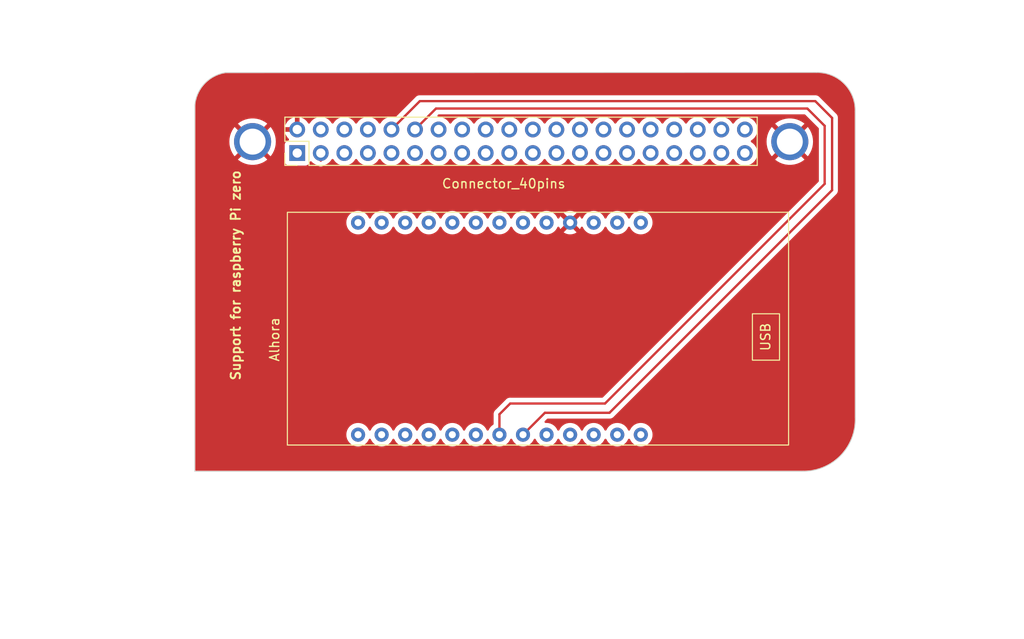
<source format=kicad_pcb>
(kicad_pcb (version 20221018) (generator pcbnew)
  (layers (0 "F.Cu" signal) (31 "B.Cu" signal) (34 "B.Paste" user) (35 "F.Paste" user) (36 "B.SilkS" user "B.Silkscreen") (37 "F.SilkS" user "F.Silkscreen") (38 "B.Mask" user) (39 "F.Mask" user) (44 "Edge.Cuts" user))
  (net 0 "")
  (net 1 "Out")
  (net 2 "+")
  (net 3 "GND")
  (net 4 "TX")
  (net 5 "RX")
  (footprint "Connector_PinHeader_2.54mm:PinHeader_2x20_P2.54mm_Vertical" (layer "F.Cu") (at 59.04 58 90)
    (fp_text reference "REF**" hide)
    (fp_text value "Connector_40pins" (at -3.3 22.26 180) (layer "F.SilkS"))
    (fp_line (start -1.33 -1.33) (end 0 -1.33) (stroke (width 0.12)) (layer "F.SilkS"))
    (fp_line (start -1.33 0) (end -1.33 -1.33) (stroke (width 0.12)) (layer "F.SilkS"))
    (fp_line (start -1.33 1.27) (end -1.33 49.59) (stroke (width 0.12)) (layer "F.SilkS"))
    (fp_line (start -1.33 1.27) (end 1.27 1.27) (stroke (width 0.12)) (layer "F.SilkS"))
    (fp_line (start -1.33 49.59) (end 3.87 49.59) (stroke (width 0.12)) (layer "F.SilkS"))
    (fp_line (start 1.27 -1.33) (end 3.87 -1.33) (stroke (width 0.12)) (layer "F.SilkS"))
    (fp_line (start 1.27 1.27) (end 1.27 -1.33) (stroke (width 0.12)) (layer "F.SilkS"))
    (fp_line (start 3.87 -1.33) (end 3.87 49.59) (stroke (width 0.12)) (layer "F.SilkS"))
    (pad "1" thru_hole rect (at 0 0 90) (size 1.7 1.7) (drill 1) (layers "*.Cu" "*.Mask"))
    (pad "2" thru_hole oval (at 2.54 0 90) (size 1.7 1.7) (drill 1) (layers "*.Cu" "*.Mask") (net 3 "GND"))
    (pad "3" thru_hole oval (at 0 2.54 90) (size 1.7 1.7) (drill 1) (layers "*.Cu" "*.Mask") (net 1 "Out"))
    (pad "4" thru_hole oval (at 2.54 2.54 90) (size 1.7 1.7) (drill 1) (layers "*.Cu" "*.Mask"))
    (pad "5" thru_hole oval (at 0 5.08 90) (size 1.7 1.7) (drill 1) (layers "*.Cu" "*.Mask"))
    (pad "6" thru_hole oval (at 2.54 5.08 90) (size 1.7 1.7) (drill 1) (layers "*.Cu" "*.Mask"))
    (pad "7" thru_hole oval (at 0 7.62 90) (size 1.7 1.7) (drill 1) (layers "*.Cu" "*.Mask"))
    (pad "8" thru_hole oval (at 2.54 7.62 90) (size 1.7 1.7) (drill 1) (layers "*.Cu" "*.Mask"))
    (pad "9" thru_hole oval (at 0 10.16 90) (size 1.7 1.7) (drill 1) (layers "*.Cu" "*.Mask"))
    (pad "10" thru_hole oval (at 2.54 10.16 90) (size 1.7 1.7) (drill 1) (layers "*.Cu" "*.Mask") (net 5 "RX"))
    (pad "11" thru_hole oval (at 0 12.7 90) (size 1.7 1.7) (drill 1) (layers "*.Cu" "*.Mask"))
    (pad "12" thru_hole oval (at 2.54 12.7 90) (size 1.7 1.7) (drill 1) (layers "*.Cu" "*.Mask") (net 4 "TX"))
    (pad "13" thru_hole oval (at 0 15.24 90) (size 1.7 1.7) (drill 1) (layers "*.Cu" "*.Mask"))
    (pad "14" thru_hole oval (at 2.54 15.24 90) (size 1.7 1.7) (drill 1) (layers "*.Cu" "*.Mask"))
    (pad "15" thru_hole oval (at 0 17.78 90) (size 1.7 1.7) (drill 1) (layers "*.Cu" "*.Mask"))
    (pad "16" thru_hole oval (at 2.54 17.78 90) (size 1.7 1.7) (drill 1) (layers "*.Cu" "*.Mask"))
    (pad "17" thru_hole oval (at 0 20.32 90) (size 1.7 1.7) (drill 1) (layers "*.Cu" "*.Mask"))
    (pad "18" thru_hole oval (at 2.54 20.32 90) (size 1.7 1.7) (drill 1) (layers "*.Cu" "*.Mask"))
    (pad "19" thru_hole oval (at 0 22.86 90) (size 1.7 1.7) (drill 1) (layers "*.Cu" "*.Mask"))
    (pad "20" thru_hole oval (at 2.54 22.86 90) (size 1.7 1.7) (drill 1) (layers "*.Cu" "*.Mask"))
    (pad "21" thru_hole oval (at 0 25.4 90) (size 1.7 1.7) (drill 1) (layers "*.Cu" "*.Mask"))
    (pad "22" thru_hole oval (at 2.54 25.4 90) (size 1.7 1.7) (drill 1) (layers "*.Cu" "*.Mask"))
    (pad "23" thru_hole oval (at 0 27.94 90) (size 1.7 1.7) (drill 1) (layers "*.Cu" "*.Mask"))
    (pad "24" thru_hole oval (at 2.54 27.94 90) (size 1.7 1.7) (drill 1) (layers "*.Cu" "*.Mask"))
    (pad "25" thru_hole oval (at 0 30.48 90) (size 1.7 1.7) (drill 1) (layers "*.Cu" "*.Mask"))
    (pad "26" thru_hole oval (at 2.54 30.48 90) (size 1.7 1.7) (drill 1) (layers "*.Cu" "*.Mask"))
    (pad "27" thru_hole oval (at 0 33.02 90) (size 1.7 1.7) (drill 1) (layers "*.Cu" "*.Mask"))
    (pad "28" thru_hole oval (at 2.54 33.02 90) (size 1.7 1.7) (drill 1) (layers "*.Cu" "*.Mask"))
    (pad "29" thru_hole oval (at 0 35.56 90) (size 1.7 1.7) (drill 1) (layers "*.Cu" "*.Mask"))
    (pad "30" thru_hole oval (at 2.54 35.56 90) (size 1.7 1.7) (drill 1) (layers "*.Cu" "*.Mask"))
    (pad "31" thru_hole oval (at 0 38.1 90) (size 1.7 1.7) (drill 1) (layers "*.Cu" "*.Mask"))
    (pad "32" thru_hole oval (at 2.54 38.1 90) (size 1.7 1.7) (drill 1) (layers "*.Cu" "*.Mask"))
    (pad "33" thru_hole oval (at 0 40.64 90) (size 1.7 1.7) (drill 1) (layers "*.Cu" "*.Mask"))
    (pad "34" thru_hole oval (at 2.54 40.64 90) (size 1.7 1.7) (drill 1) (layers "*.Cu" "*.Mask"))
    (pad "35" thru_hole oval (at 0 43.18 90) (size 1.7 1.7) (drill 1) (layers "*.Cu" "*.Mask"))
    (pad "36" thru_hole oval (at 2.54 43.18 90) (size 1.7 1.7) (drill 1) (layers "*.Cu" "*.Mask"))
    (pad "37" thru_hole oval (at 0 45.72 90) (size 1.7 1.7) (drill 1) (layers "*.Cu" "*.Mask"))
    (pad "38" thru_hole oval (at 2.54 45.72 90) (size 1.7 1.7) (drill 1) (layers "*.Cu" "*.Mask"))
    (pad "39" thru_hole oval (at 0 48.26 90) (size 1.7 1.7) (drill 1) (layers "*.Cu" "*.Mask") (net 2 "+"))
    (pad "40" thru_hole oval (at 2.54 48.26 90) (size 1.7 1.7) (drill 1) (layers "*.Cu" "*.Mask"))
  )
  (footprint "PNAlib:MountingHole_2-5mm" (layer "F.Cu") (at 54.212 56.769)
    (fp_text reference "REF**" hide)
    (fp_text value "M2.5" hide)
    (pad "1" thru_hole circle (at 0.017 0) (size 4 4) (drill 2.8) (layers "*.Cu" "*.Mask") (net 3 "GND") (clearance 1.35))
  )
  (footprint "PNAlib:MountingHole_2-5mm" (layer "F.Cu") (at 112.141 56.769)
    (fp_text reference "REF**" hide)
    (fp_text value "M2.5" hide)
    (pad "1" thru_hole circle (at 0 0) (size 4 4) (drill 2.8) (layers "*.Cu" "*.Mask") (net 3 "GND") (clearance 1.35))
  )
  (footprint "PNAlib:TTGO-T-Display" (layer "F.Cu") (at 61.282 78.327 90)
    (fp_text reference "Alhora" (at 0.227 -4.682 90 unlocked) (layer "F.SilkS"))
    (fp_text value "TTGO-T-Display" hide)
    (fp_text user "USB" (at 0.5 48.25 90 unlocked) (layer "F.SilkS"))
    (fp_rect (start -11.148 -3.302) (end 13.942 50.728) (stroke (width 0.12)) (fill none) (layer "F.SilkS"))
    (fp_rect (start -2 49.75) (end 3 46.829) (stroke (width 0.12)) (fill none) (layer "F.SilkS"))
    (pad "0" thru_hole circle (at 12.827 34.798 90) (size 1.524 1.524) (drill 0.762) (layers "*.Cu" "*.Mask"))
    (pad "1" thru_hole circle (at 12.827 32.258 90) (size 1.524 1.524) (drill 0.762) (layers "*.Cu" "*.Mask"))
    (pad "2" thru_hole circle (at 12.827 29.718 90) (size 1.524 1.524) (drill 0.762) (layers "*.Cu" "*.Mask"))
    (pad "4" thru_hole circle (at 12.827 24.638 90) (size 1.524 1.524) (drill 0.762) (layers "*.Cu" "*.Mask"))
    (pad "5" thru_hole circle (at 12.827 22.098 90) (size 1.524 1.524) (drill 0.762) (layers "*.Cu" "*.Mask"))
    (pad "6" thru_hole circle (at 12.827 19.558 90) (size 1.524 1.524) (drill 0.762) (layers "*.Cu" "*.Mask"))
    (pad "7" thru_hole circle (at 12.827 17.018 90) (size 1.524 1.524) (drill 0.762) (layers "*.Cu" "*.Mask"))
    (pad "8" thru_hole circle (at 12.827 14.478 90) (size 1.524 1.524) (drill 0.762) (layers "*.Cu" "*.Mask"))
    (pad "9" thru_hole circle (at 12.827 11.938 90) (size 1.524 1.524) (drill 0.762) (layers "*.Cu" "*.Mask"))
    (pad "10" thru_hole circle (at 12.827 9.398 90) (size 1.524 1.524) (drill 0.762) (layers "*.Cu" "*.Mask"))
    (pad "11" thru_hole circle (at 12.827 6.858 90) (size 1.524 1.524) (drill 0.762) (layers "*.Cu" "*.Mask"))
    (pad "12" thru_hole circle (at 12.827 4.318 90) (size 1.524 1.524) (drill 0.762) (layers "*.Cu" "*.Mask"))
    (pad "13" thru_hole circle (at -10.033 32.258 90) (size 1.524 1.524) (drill 0.762) (layers "*.Cu" "*.Mask"))
    (pad "13" thru_hole circle (at -10.033 34.798 90) (size 1.524 1.524) (drill 0.762) (layers "*.Cu" "*.Mask"))
    (pad "14" thru_hole circle (at -10.033 29.718 90) (size 1.524 1.524) (drill 0.762) (layers "*.Cu" "*.Mask"))
    (pad "15" thru_hole circle (at -10.033 27.178 90) (size 1.524 1.524) (drill 0.762) (layers "*.Cu" "*.Mask"))
    (pad "16" thru_hole circle (at -10.033 24.638 90) (size 1.524 1.524) (drill 0.762) (layers "*.Cu" "*.Mask"))
    (pad "19" thru_hole circle (at -10.033 17.018 90) (size 1.524 1.524) (drill 0.762) (layers "*.Cu" "*.Mask"))
    (pad "20" thru_hole circle (at -10.033 14.478 90) (size 1.524 1.524) (drill 0.762) (layers "*.Cu" "*.Mask"))
    (pad "21" thru_hole circle (at -10.033 11.938 90) (size 1.524 1.524) (drill 0.762) (layers "*.Cu" "*.Mask"))
    (pad "22" thru_hole circle (at -10.033 9.398 90) (size 1.524 1.524) (drill 0.762) (layers "*.Cu" "*.Mask"))
    (pad "23" thru_hole circle (at -10.033 6.858 90) (size 1.524 1.524) (drill 0.762) (layers "*.Cu" "*.Mask"))
    (pad "24" thru_hole circle (at -10.033 4.318 90) (size 1.524 1.524) (drill 0.762) (layers "*.Cu" "*.Mask"))
    (pad "GND" thru_hole circle (at 12.827 27.178 90) (size 1.524 1.524) (drill 0.762) (layers "*.Cu" "*.Mask") (net 3 "GND"))
    (pad "RX" thru_hole circle (at -10.033 22.098 90) (size 1.524 1.524) (drill 0.762) (layers "*.Cu" "*.Mask") (net 5 "RX"))
    (pad "TX" thru_hole circle (at -10.033 19.558 90) (size 1.524 1.524) (drill 0.762) (layers "*.Cu" "*.Mask") (net 4 "TX"))
  )
  (gr_arc (start 48.005268 52.800543) (mid 49.063785 50.501039) (end 51.308 49.329853) (stroke (width 0.1)) (layer "Edge.Cuts"))
  (gr_line (start 119.203398 86.500518) (end 119.197242 53.499763) (stroke (width 0.1)) (layer "Edge.Cuts"))
  (gr_line (start 113.606952 92.3) (end 48 92.3) (stroke (width 0.1)) (layer "Edge.Cuts"))
  (gr_line (start 48.005268 52.800543) (end 48 92.3) (stroke (width 0.1)) (layer "Edge.Cuts"))
  (gr_arc (start 115.006952 49.309716) (mid 118 50.506784) (end 119.197242 53.499763) (stroke (width 0.1)) (layer "Edge.Cuts"))
  (gr_arc (start 119.203398 86.500518) (mid 117.63666 90.588631) (end 113.606952 92.3) (stroke (width 0.1)) (layer "Edge.Cuts"))
  (gr_line (start 51.308 49.329853) (end 115.006952 49.309716) (stroke (width 0.1)) (layer "Edge.Cuts"))
  (gr_text "Support for raspberry Pi zero\n" (at 53 82.6 90) (layer "F.SilkS") (effects (font (size 1 1) (thickness 0.2) bold) (justify left bottom)))
  (segment (start 61.58 58.82) (end 61.58 58) (width 0.25) (layer "F.Cu") (net 1))
  (segment (start 115.9 61.32) (end 92.22 85) (width 0.25) (layer "F.Cu") (net 4))
  (segment (start 115.9 55.067) (end 115.9 61.32) (width 0.25) (layer "F.Cu") (net 4))
  (segment (start 80.84 86.16) (end 80.84 88.36) (width 0.25) (layer "F.Cu") (net 4))
  (segment (start 74 53.2) (end 114.033 53.2) (width 0.25) (layer "F.Cu") (net 4))
  (segment (start 82 85) (end 80.84 86.16) (width 0.25) (layer "F.Cu") (net 4))
  (segment (start 71.74 55.46) (end 74 53.2) (width 0.25) (layer "F.Cu") (net 4))
  (segment (start 92.22 85) (end 82 85) (width 0.25) (layer "F.Cu") (net 4))
  (segment (start 114.033 53.2) (end 115.9 55.067) (width 0.25) (layer "F.Cu") (net 4))
  (segment (start 85.74 86) (end 83.38 88.36) (width 0.25) (layer "F.Cu") (net 5))
  (segment (start 114.884 52.4) (end 116.7 54.216) (width 0.25) (layer "F.Cu") (net 5))
  (segment (start 72.26 52.4) (end 114.884 52.4) (width 0.25) (layer "F.Cu") (net 5))
  (segment (start 92.7 86) (end 85.74 86) (width 0.25) (layer "F.Cu") (net 5))
  (segment (start 69.2 55.46) (end 72.26 52.4) (width 0.25) (layer "F.Cu") (net 5))
  (segment (start 116.7 62) (end 92.7 86) (width 0.25) (layer "F.Cu") (net 5))
  (segment (start 116.7 54.216) (end 116.7 62) (width 0.25) (layer "F.Cu") (net 5))
  (zone (net 3) (net_name "GND") (layer "F.Cu") (connect_pads (clearance 0.5)) (min_thickness 0.25) (fill yes (thermal_gap 0.5) (thermal_bridge_width 0.5))
    (polygon (pts (xy 27 41.5) (xy 137.1 41.6) (xy 137.4 110.2) (xy 27.9 110.4) (xy 27.4 41.5)))
  )
)
</source>
